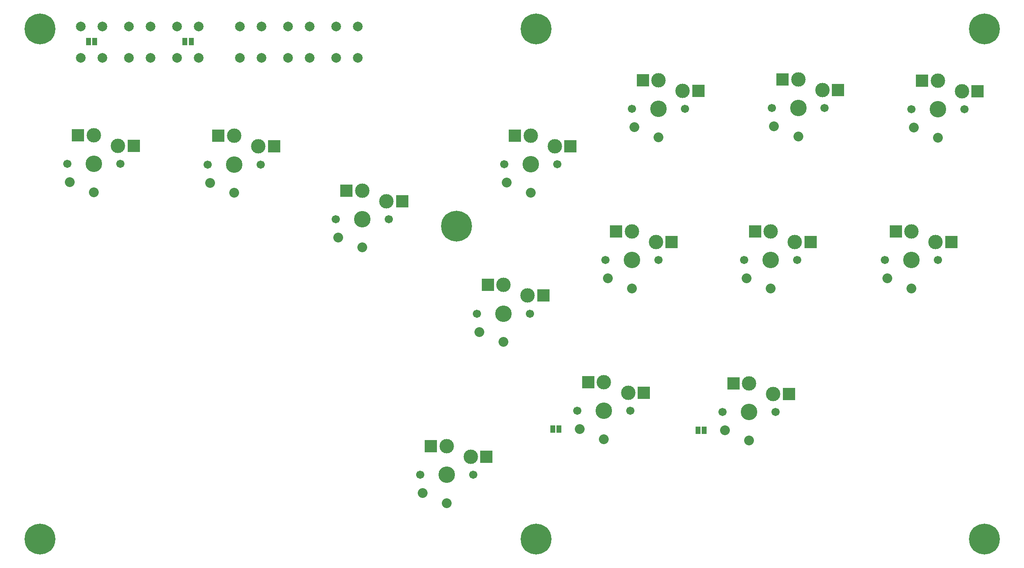
<source format=gbs>
%TF.GenerationSoftware,KiCad,Pcbnew,7.0.5*%
%TF.CreationDate,2023-08-12T18:11:27-04:00*%
%TF.ProjectId,Flatbox-rev5B,466c6174-626f-4782-9d72-657635422e6b,rev?*%
%TF.SameCoordinates,Original*%
%TF.FileFunction,Soldermask,Bot*%
%TF.FilePolarity,Negative*%
%FSLAX46Y46*%
G04 Gerber Fmt 4.6, Leading zero omitted, Abs format (unit mm)*
G04 Created by KiCad (PCBNEW 7.0.5) date 2023-08-12 18:11:27*
%MOMM*%
%LPD*%
G01*
G04 APERTURE LIST*
%ADD10C,1.701800*%
%ADD11C,3.000000*%
%ADD12C,3.429000*%
%ADD13R,2.600000X2.600000*%
%ADD14C,2.032000*%
%ADD15C,6.400000*%
%ADD16C,2.000000*%
%ADD17R,1.000000X1.500000*%
G04 APERTURE END LIST*
D10*
X81820000Y-65170000D03*
D11*
X87320000Y-59220000D03*
D12*
X87320000Y-65170000D03*
D11*
X92320000Y-61420000D03*
D10*
X92820000Y-65170000D03*
D13*
X84045000Y-59220000D03*
D14*
X87320000Y-71070000D03*
X82320000Y-68970000D03*
D13*
X95595000Y-61420000D03*
D10*
X108420000Y-76520000D03*
D11*
X113920000Y-70570000D03*
D12*
X113920000Y-76520000D03*
D11*
X118920000Y-72770000D03*
D10*
X119420000Y-76520000D03*
D13*
X110645000Y-70570000D03*
D14*
X113920000Y-82420000D03*
X108920000Y-80320000D03*
D13*
X122195000Y-72770000D03*
D10*
X125920000Y-129620000D03*
D11*
X131420000Y-123670000D03*
D12*
X131420000Y-129620000D03*
D11*
X136420000Y-125870000D03*
D10*
X136920000Y-129620000D03*
D13*
X128145000Y-123670000D03*
D14*
X131420000Y-135520000D03*
X126420000Y-133420000D03*
D13*
X139695000Y-125870000D03*
D10*
X143360000Y-65110000D03*
D11*
X148860000Y-59160000D03*
D12*
X148860000Y-65110000D03*
D11*
X153860000Y-61360000D03*
D10*
X154360000Y-65110000D03*
D13*
X145585000Y-59160000D03*
D14*
X148860000Y-71010000D03*
X143860000Y-68910000D03*
D13*
X157135000Y-61360000D03*
D10*
X169920000Y-53580000D03*
D11*
X175420000Y-47630000D03*
D12*
X175420000Y-53580000D03*
D11*
X180420000Y-49830000D03*
D10*
X180920000Y-53580000D03*
D13*
X172145000Y-47630000D03*
D14*
X175420000Y-59480000D03*
X170420000Y-57380000D03*
D13*
X183695000Y-49830000D03*
D10*
X198890000Y-53460000D03*
D11*
X204390000Y-47510000D03*
D12*
X204390000Y-53460000D03*
D11*
X209390000Y-49710000D03*
D10*
X209890000Y-53460000D03*
D13*
X201115000Y-47510000D03*
D14*
X204390000Y-59360000D03*
X199390000Y-57260000D03*
D13*
X212665000Y-49710000D03*
D10*
X227860000Y-53700000D03*
D11*
X233360000Y-47750000D03*
D12*
X233360000Y-53700000D03*
D11*
X238360000Y-49950000D03*
D10*
X238860000Y-53700000D03*
D13*
X230085000Y-47750000D03*
D14*
X233360000Y-59600000D03*
X228360000Y-57500000D03*
D13*
X241635000Y-49950000D03*
D10*
X137750000Y-96150000D03*
D11*
X143250000Y-90200000D03*
D12*
X143250000Y-96150000D03*
D11*
X148250000Y-92400000D03*
D10*
X148750000Y-96150000D03*
D13*
X139975000Y-90200000D03*
D14*
X143250000Y-102050000D03*
X138250000Y-99950000D03*
D13*
X151525000Y-92400000D03*
D10*
X164360000Y-85040000D03*
D11*
X169860000Y-79090000D03*
D12*
X169860000Y-85040000D03*
D11*
X174860000Y-81290000D03*
D10*
X175360000Y-85040000D03*
D13*
X166585000Y-79090000D03*
D14*
X169860000Y-90940000D03*
X164860000Y-88840000D03*
D13*
X178135000Y-81290000D03*
D10*
X193210000Y-85040000D03*
D11*
X198710000Y-79090000D03*
D12*
X198710000Y-85040000D03*
D11*
X203710000Y-81290000D03*
D10*
X204210000Y-85040000D03*
D13*
X195435000Y-79090000D03*
D14*
X198710000Y-90940000D03*
X193710000Y-88840000D03*
D13*
X206985000Y-81290000D03*
D10*
X222420000Y-85040000D03*
D11*
X227920000Y-79090000D03*
D12*
X227920000Y-85040000D03*
D11*
X232920000Y-81290000D03*
D10*
X233420000Y-85040000D03*
D13*
X224645000Y-79090000D03*
D14*
X227920000Y-90940000D03*
X222920000Y-88840000D03*
D13*
X236195000Y-81290000D03*
D15*
X47000000Y-37000000D03*
X47000000Y-143000000D03*
X243000000Y-143000000D03*
X243000000Y-37000000D03*
D10*
X52725000Y-65050000D03*
D11*
X58225000Y-59100000D03*
D12*
X58225000Y-65050000D03*
D11*
X63225000Y-61300000D03*
D10*
X63725000Y-65050000D03*
D13*
X54950000Y-59100000D03*
D14*
X58225000Y-70950000D03*
X53225000Y-68850000D03*
D13*
X66500000Y-61300000D03*
D15*
X150000000Y-37000000D03*
D16*
X88500000Y-43000000D03*
X88500000Y-36500000D03*
X93000000Y-43000000D03*
X93000000Y-36500000D03*
X65500000Y-43000000D03*
X65500000Y-36500000D03*
X70000000Y-43000000D03*
X70000000Y-36500000D03*
X98500000Y-43000000D03*
X98500000Y-36500000D03*
X103000000Y-43000000D03*
X103000000Y-36500000D03*
D10*
X158584000Y-116332000D03*
D11*
X164084000Y-110382000D03*
D12*
X164084000Y-116332000D03*
D11*
X169084000Y-112582000D03*
D10*
X169584000Y-116332000D03*
D13*
X160809000Y-110382000D03*
D14*
X164084000Y-122232000D03*
X159084000Y-120132000D03*
D13*
X172359000Y-112582000D03*
D10*
X188718111Y-116586000D03*
D11*
X194218111Y-110636000D03*
D12*
X194218111Y-116586000D03*
D11*
X199218111Y-112836000D03*
D10*
X199718111Y-116586000D03*
D13*
X190943111Y-110636000D03*
D14*
X194218111Y-122486000D03*
X189218111Y-120386000D03*
D13*
X202493111Y-112836000D03*
D16*
X108500000Y-43000000D03*
X108500000Y-36500000D03*
X113000000Y-43000000D03*
X113000000Y-36500000D03*
D15*
X133500000Y-78000000D03*
X150000000Y-143000000D03*
D16*
X75500000Y-43000000D03*
X75500000Y-36500000D03*
X80000000Y-43000000D03*
X80000000Y-36500000D03*
X55500000Y-43000000D03*
X55500000Y-36500000D03*
X60000000Y-43000000D03*
X60000000Y-36500000D03*
D17*
X153434000Y-120132000D03*
X154734000Y-120132000D03*
X58420000Y-39624000D03*
X57120000Y-39624000D03*
X183568111Y-120386000D03*
X184868111Y-120386000D03*
X78420000Y-39624000D03*
X77120000Y-39624000D03*
M02*

</source>
